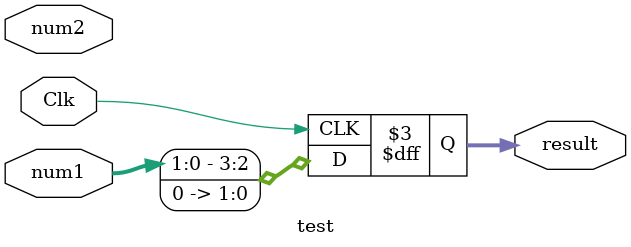
<source format=sv>
module test(input logic [3:0] num1,
				input logic [3:0] num2,
				input logic Clk,
				output logic [3:0] result);
				logic [3:0] inter;
			always_ff @ (posedge Clk)
				result = num1 << 2;
				
			//assign result = num1 - inter*num2;
endmodule 
</source>
